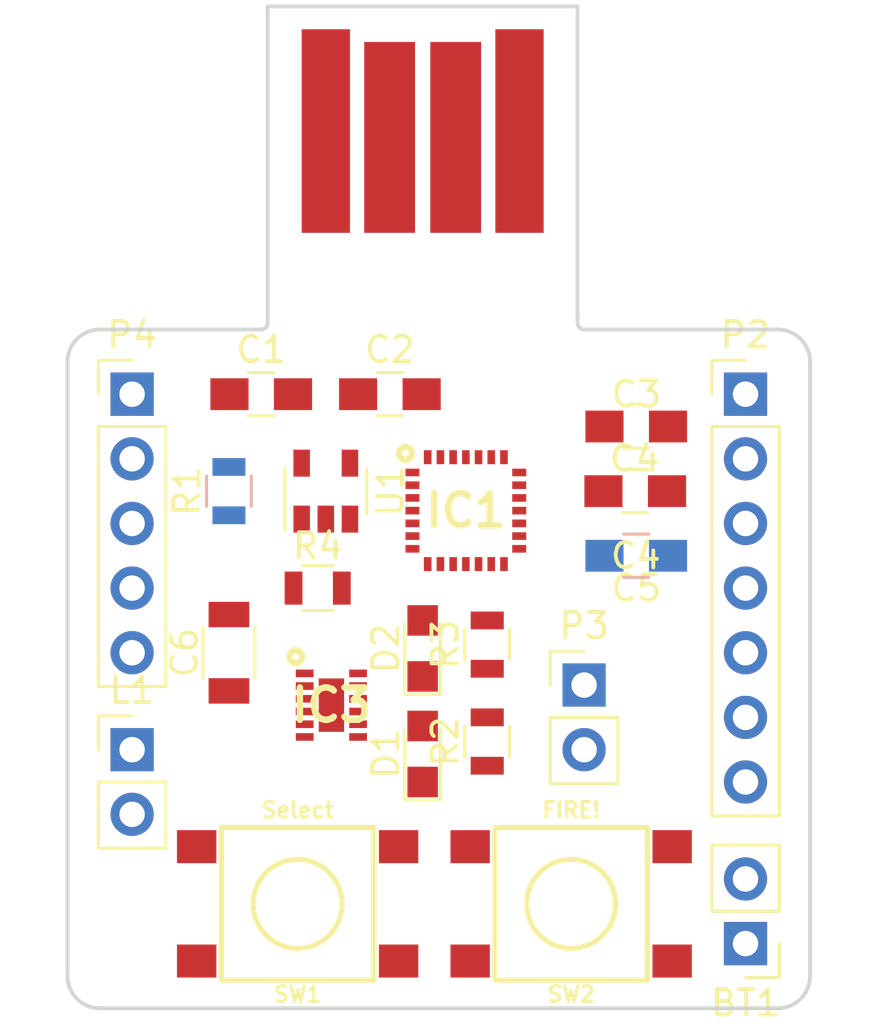
<source format=kicad_pcb>
(kicad_pcb (version 4) (host pcbnew 4.0.4-stable)

  (general
    (links 55)
    (no_connects 55)
    (area 135.814999 85.014999 165.175001 124.535001)
    (thickness 1.6)
    (drawings 16)
    (tracks 0)
    (zones 0)
    (modules 23)
    (nets 38)
  )

  (page A4)
  (layers
    (0 F.Cu signal)
    (31 B.Cu signal)
    (32 B.Adhes user)
    (33 F.Adhes user)
    (34 B.Paste user)
    (35 F.Paste user)
    (36 B.SilkS user)
    (37 F.SilkS user)
    (38 B.Mask user)
    (39 F.Mask user)
    (40 Dwgs.User user)
    (41 Cmts.User user)
    (42 Eco1.User user)
    (43 Eco2.User user)
    (44 Edge.Cuts user)
    (45 Margin user)
    (46 B.CrtYd user)
    (47 F.CrtYd user)
    (48 B.Fab user)
    (49 F.Fab user)
  )

  (setup
    (last_trace_width 0.25)
    (trace_clearance 0.2)
    (zone_clearance 0.508)
    (zone_45_only no)
    (trace_min 0.2)
    (segment_width 0.2)
    (edge_width 0.15)
    (via_size 0.6)
    (via_drill 0.4)
    (via_min_size 0.4)
    (via_min_drill 0.3)
    (uvia_size 0.3)
    (uvia_drill 0.1)
    (uvias_allowed no)
    (uvia_min_size 0.2)
    (uvia_min_drill 0.1)
    (pcb_text_width 0.3)
    (pcb_text_size 1.5 1.5)
    (mod_edge_width 0.15)
    (mod_text_size 1 1)
    (mod_text_width 0.15)
    (pad_size 1.524 1.524)
    (pad_drill 0.762)
    (pad_to_mask_clearance 0.2)
    (aux_axis_origin 0 0)
    (visible_elements FFFCE71F)
    (pcbplotparams
      (layerselection 0x00030_80000001)
      (usegerberextensions false)
      (excludeedgelayer true)
      (linewidth 0.100000)
      (plotframeref false)
      (viasonmask false)
      (mode 1)
      (useauxorigin false)
      (hpglpennumber 1)
      (hpglpenspeed 20)
      (hpglpendiameter 15)
      (hpglpenoverlay 2)
      (psnegative false)
      (psa4output false)
      (plotreference true)
      (plotvalue true)
      (plotinvisibletext false)
      (padsonsilk false)
      (subtractmaskfromsilk false)
      (outputformat 1)
      (mirror false)
      (drillshape 1)
      (scaleselection 1)
      (outputdirectory ""))
  )

  (net 0 "")
  (net 1 VCC)
  (net 2 GND)
  (net 3 USB_VCC)
  (net 4 LED2)
  (net 5 "Net-(D1-Pad1)")
  (net 6 LED1)
  (net 7 "Net-(D2-Pad1)")
  (net 8 "Net-(IC1-Pad1)")
  (net 9 "Net-(IC1-Pad2)")
  (net 10 "Net-(IC1-Pad3)")
  (net 11 RESET)
  (net 12 "Net-(IC1-Pad5)")
  (net 13 "Net-(IC1-Pad6)")
  (net 14 "Net-(IC1-Pad7)")
  (net 15 "Net-(IC1-Pad9)")
  (net 16 "Net-(IC1-Pad10)")
  (net 17 SW2)
  (net 18 SW1)
  (net 19 STATUS_LED)
  (net 20 "Net-(IC1-Pad15)")
  (net 21 USB_DM)
  (net 22 SWCLK)
  (net 23 SWDIO)
  (net 24 "Net-(IC1-Pad22)")
  (net 25 "Net-(IC1-Pad23)")
  (net 26 "Net-(IC1-Pad24)")
  (net 27 "Net-(IC3-Pad2)")
  (net 28 "Net-(IC3-Pad3)")
  (net 29 "Net-(IC3-Pad4)")
  (net 30 "Net-(IC3-Pad5)")
  (net 31 "Net-(IC3-Pad7)")
  (net 32 "Net-(IC3-Pad8)")
  (net 33 "Net-(IC1-Pad25)")
  (net 34 "Net-(IC1-Pad26)")
  (net 35 "Net-(IC1-Pad27)")
  (net 36 "Net-(IC1-Pad28)")
  (net 37 "Net-(R1-Pad1)")

  (net_class Default "This is the default net class."
    (clearance 0.2)
    (trace_width 0.25)
    (via_dia 0.6)
    (via_drill 0.4)
    (uvia_dia 0.3)
    (uvia_drill 0.1)
    (add_net GND)
    (add_net LED1)
    (add_net LED2)
    (add_net "Net-(D1-Pad1)")
    (add_net "Net-(D2-Pad1)")
    (add_net "Net-(IC1-Pad1)")
    (add_net "Net-(IC1-Pad10)")
    (add_net "Net-(IC1-Pad15)")
    (add_net "Net-(IC1-Pad2)")
    (add_net "Net-(IC1-Pad22)")
    (add_net "Net-(IC1-Pad23)")
    (add_net "Net-(IC1-Pad24)")
    (add_net "Net-(IC1-Pad25)")
    (add_net "Net-(IC1-Pad26)")
    (add_net "Net-(IC1-Pad27)")
    (add_net "Net-(IC1-Pad28)")
    (add_net "Net-(IC1-Pad3)")
    (add_net "Net-(IC1-Pad5)")
    (add_net "Net-(IC1-Pad6)")
    (add_net "Net-(IC1-Pad7)")
    (add_net "Net-(IC1-Pad9)")
    (add_net "Net-(IC3-Pad2)")
    (add_net "Net-(IC3-Pad3)")
    (add_net "Net-(IC3-Pad4)")
    (add_net "Net-(IC3-Pad5)")
    (add_net "Net-(IC3-Pad7)")
    (add_net "Net-(IC3-Pad8)")
    (add_net "Net-(R1-Pad1)")
    (add_net RESET)
    (add_net STATUS_LED)
    (add_net SW1)
    (add_net SW2)
    (add_net SWCLK)
    (add_net SWDIO)
    (add_net USB_DM)
    (add_net USB_VCC)
    (add_net VCC)
  )

  (module Capacitors_SMD:C_0805_HandSoldering (layer F.Cu) (tedit 58AA84A8) (tstamp 5AA9B551)
    (at 143.51 100.33)
    (descr "Capacitor SMD 0805, hand soldering")
    (tags "capacitor 0805")
    (path /5A342FC4)
    (attr smd)
    (fp_text reference C1 (at 0 -1.75) (layer F.SilkS)
      (effects (font (size 1 1) (thickness 0.15)))
    )
    (fp_text value 4.7uF (at 0 1.75) (layer F.Fab)
      (effects (font (size 1 1) (thickness 0.15)))
    )
    (fp_text user %R (at 0 -1.75) (layer F.Fab)
      (effects (font (size 1 1) (thickness 0.15)))
    )
    (fp_line (start -1 0.62) (end -1 -0.62) (layer F.Fab) (width 0.1))
    (fp_line (start 1 0.62) (end -1 0.62) (layer F.Fab) (width 0.1))
    (fp_line (start 1 -0.62) (end 1 0.62) (layer F.Fab) (width 0.1))
    (fp_line (start -1 -0.62) (end 1 -0.62) (layer F.Fab) (width 0.1))
    (fp_line (start 0.5 -0.85) (end -0.5 -0.85) (layer F.SilkS) (width 0.12))
    (fp_line (start -0.5 0.85) (end 0.5 0.85) (layer F.SilkS) (width 0.12))
    (fp_line (start -2.25 -0.88) (end 2.25 -0.88) (layer F.CrtYd) (width 0.05))
    (fp_line (start -2.25 -0.88) (end -2.25 0.87) (layer F.CrtYd) (width 0.05))
    (fp_line (start 2.25 0.87) (end 2.25 -0.88) (layer F.CrtYd) (width 0.05))
    (fp_line (start 2.25 0.87) (end -2.25 0.87) (layer F.CrtYd) (width 0.05))
    (pad 1 smd rect (at -1.25 0) (size 1.5 1.25) (layers F.Cu F.Paste F.Mask)
      (net 2 GND))
    (pad 2 smd rect (at 1.25 0) (size 1.5 1.25) (layers F.Cu F.Paste F.Mask)
      (net 3 USB_VCC))
    (model Capacitors_SMD.3dshapes/C_0805.wrl
      (at (xyz 0 0 0))
      (scale (xyz 1 1 1))
      (rotate (xyz 0 0 0))
    )
  )

  (module Capacitors_SMD:C_0805_HandSoldering (layer F.Cu) (tedit 58AA84A8) (tstamp 5AA9B562)
    (at 148.57 100.33)
    (descr "Capacitor SMD 0805, hand soldering")
    (tags "capacitor 0805")
    (path /5A343113)
    (attr smd)
    (fp_text reference C2 (at 0 -1.75) (layer F.SilkS)
      (effects (font (size 1 1) (thickness 0.15)))
    )
    (fp_text value 4.7uF (at 0 1.75) (layer F.Fab)
      (effects (font (size 1 1) (thickness 0.15)))
    )
    (fp_text user %R (at 0 -1.75) (layer F.Fab)
      (effects (font (size 1 1) (thickness 0.15)))
    )
    (fp_line (start -1 0.62) (end -1 -0.62) (layer F.Fab) (width 0.1))
    (fp_line (start 1 0.62) (end -1 0.62) (layer F.Fab) (width 0.1))
    (fp_line (start 1 -0.62) (end 1 0.62) (layer F.Fab) (width 0.1))
    (fp_line (start -1 -0.62) (end 1 -0.62) (layer F.Fab) (width 0.1))
    (fp_line (start 0.5 -0.85) (end -0.5 -0.85) (layer F.SilkS) (width 0.12))
    (fp_line (start -0.5 0.85) (end 0.5 0.85) (layer F.SilkS) (width 0.12))
    (fp_line (start -2.25 -0.88) (end 2.25 -0.88) (layer F.CrtYd) (width 0.05))
    (fp_line (start -2.25 -0.88) (end -2.25 0.87) (layer F.CrtYd) (width 0.05))
    (fp_line (start 2.25 0.87) (end 2.25 -0.88) (layer F.CrtYd) (width 0.05))
    (fp_line (start 2.25 0.87) (end -2.25 0.87) (layer F.CrtYd) (width 0.05))
    (pad 1 smd rect (at -1.25 0) (size 1.5 1.25) (layers F.Cu F.Paste F.Mask)
      (net 2 GND))
    (pad 2 smd rect (at 1.25 0) (size 1.5 1.25) (layers F.Cu F.Paste F.Mask)
      (net 1 VCC))
    (model Capacitors_SMD.3dshapes/C_0805.wrl
      (at (xyz 0 0 0))
      (scale (xyz 1 1 1))
      (rotate (xyz 0 0 0))
    )
  )

  (module Capacitors_SMD:C_0805_HandSoldering (layer F.Cu) (tedit 58AA84A8) (tstamp 5AA9B573)
    (at 158.262 101.6)
    (descr "Capacitor SMD 0805, hand soldering")
    (tags "capacitor 0805")
    (path /5A2EDBA0)
    (attr smd)
    (fp_text reference C3 (at 0 -1.27) (layer F.SilkS)
      (effects (font (size 1 1) (thickness 0.15)))
    )
    (fp_text value .1uF (at 0 1.75) (layer F.Fab)
      (effects (font (size 1 1) (thickness 0.15)))
    )
    (fp_text user %R (at 0 0) (layer F.Fab)
      (effects (font (size 1 1) (thickness 0.15)))
    )
    (fp_line (start -1 0.62) (end -1 -0.62) (layer F.Fab) (width 0.1))
    (fp_line (start 1 0.62) (end -1 0.62) (layer F.Fab) (width 0.1))
    (fp_line (start 1 -0.62) (end 1 0.62) (layer F.Fab) (width 0.1))
    (fp_line (start -1 -0.62) (end 1 -0.62) (layer F.Fab) (width 0.1))
    (fp_line (start 0.5 -0.85) (end -0.5 -0.85) (layer F.SilkS) (width 0.12))
    (fp_line (start -0.5 0.85) (end 0.5 0.85) (layer F.SilkS) (width 0.12))
    (fp_line (start -2.25 -0.88) (end 2.25 -0.88) (layer F.CrtYd) (width 0.05))
    (fp_line (start -2.25 -0.88) (end -2.25 0.87) (layer F.CrtYd) (width 0.05))
    (fp_line (start 2.25 0.87) (end 2.25 -0.88) (layer F.CrtYd) (width 0.05))
    (fp_line (start 2.25 0.87) (end -2.25 0.87) (layer F.CrtYd) (width 0.05))
    (pad 1 smd rect (at -1.25 0) (size 1.5 1.25) (layers F.Cu F.Paste F.Mask)
      (net 1 VCC))
    (pad 2 smd rect (at 1.25 0) (size 1.5 1.25) (layers F.Cu F.Paste F.Mask)
      (net 2 GND))
    (model Capacitors_SMD.3dshapes/C_0805.wrl
      (at (xyz 0 0 0))
      (scale (xyz 1 1 1))
      (rotate (xyz 0 0 0))
    )
  )

  (module Capacitors_SMD:C_0805_HandSoldering (layer F.Cu) (tedit 5A383C61) (tstamp 5AA9B584)
    (at 158.222 104.14)
    (descr "Capacitor SMD 0805, hand soldering")
    (tags "capacitor 0805")
    (path /5A2EDBF4)
    (attr smd)
    (fp_text reference C4 (at -0.02 -1.27) (layer F.SilkS)
      (effects (font (size 1 1) (thickness 0.15)))
    )
    (fp_text value .1uF (at 0 1.75) (layer F.Fab)
      (effects (font (size 1 1) (thickness 0.15)))
    )
    (fp_text user %R (at 0.02 2.54) (layer F.SilkS)
      (effects (font (size 1 1) (thickness 0.15)))
    )
    (fp_line (start -1 0.62) (end -1 -0.62) (layer F.Fab) (width 0.1))
    (fp_line (start 1 0.62) (end -1 0.62) (layer F.Fab) (width 0.1))
    (fp_line (start 1 -0.62) (end 1 0.62) (layer F.Fab) (width 0.1))
    (fp_line (start -1 -0.62) (end 1 -0.62) (layer F.Fab) (width 0.1))
    (fp_line (start 0.5 -0.85) (end -0.5 -0.85) (layer F.SilkS) (width 0.12))
    (fp_line (start -0.5 0.85) (end 0.5 0.85) (layer F.SilkS) (width 0.12))
    (fp_line (start -2.25 -0.88) (end 2.25 -0.88) (layer F.CrtYd) (width 0.05))
    (fp_line (start -2.25 -0.88) (end -2.25 0.87) (layer F.CrtYd) (width 0.05))
    (fp_line (start 2.25 0.87) (end 2.25 -0.88) (layer F.CrtYd) (width 0.05))
    (fp_line (start 2.25 0.87) (end -2.25 0.87) (layer F.CrtYd) (width 0.05))
    (pad 1 smd rect (at -1.25 0) (size 1.5 1.25) (layers F.Cu F.Paste F.Mask)
      (net 1 VCC))
    (pad 2 smd rect (at 1.25 0) (size 1.5 1.25) (layers F.Cu F.Paste F.Mask)
      (net 2 GND))
    (model Capacitors_SMD.3dshapes/C_0805.wrl
      (at (xyz 0 0 0))
      (scale (xyz 1 1 1))
      (rotate (xyz 0 0 0))
    )
  )

  (module Capacitors_SMD:C_0805_HandSoldering (layer B.Cu) (tedit 58AA84A8) (tstamp 5AA9B595)
    (at 158.262 106.68 180)
    (descr "Capacitor SMD 0805, hand soldering")
    (tags "capacitor 0805")
    (path /5A2E3ADB)
    (attr smd)
    (fp_text reference C5 (at 0 -1.27 180) (layer F.SilkS)
      (effects (font (size 1 1) (thickness 0.15)))
    )
    (fp_text value 4.7uF (at 0 -1.75 180) (layer B.Fab)
      (effects (font (size 1 1) (thickness 0.15)) (justify mirror))
    )
    (fp_text user %R (at 0.02 0 180) (layer F.Fab)
      (effects (font (size 1 1) (thickness 0.15)))
    )
    (fp_line (start -1 -0.62) (end -1 0.62) (layer B.Fab) (width 0.1))
    (fp_line (start 1 -0.62) (end -1 -0.62) (layer B.Fab) (width 0.1))
    (fp_line (start 1 0.62) (end 1 -0.62) (layer B.Fab) (width 0.1))
    (fp_line (start -1 0.62) (end 1 0.62) (layer B.Fab) (width 0.1))
    (fp_line (start 0.5 0.85) (end -0.5 0.85) (layer B.SilkS) (width 0.12))
    (fp_line (start -0.5 -0.85) (end 0.5 -0.85) (layer B.SilkS) (width 0.12))
    (fp_line (start -2.25 0.88) (end 2.25 0.88) (layer B.CrtYd) (width 0.05))
    (fp_line (start -2.25 0.88) (end -2.25 -0.87) (layer B.CrtYd) (width 0.05))
    (fp_line (start 2.25 -0.87) (end 2.25 0.88) (layer B.CrtYd) (width 0.05))
    (fp_line (start 2.25 -0.87) (end -2.25 -0.87) (layer B.CrtYd) (width 0.05))
    (pad 1 smd rect (at -1.25 0 180) (size 1.5 1.25) (layers B.Cu B.Paste B.Mask)
      (net 1 VCC))
    (pad 2 smd rect (at 1.25 0 180) (size 1.5 1.25) (layers B.Cu B.Paste B.Mask)
      (net 2 GND))
    (model Capacitors_SMD.3dshapes/C_0805.wrl
      (at (xyz 0 0 0))
      (scale (xyz 1 1 1))
      (rotate (xyz 0 0 0))
    )
  )

  (module Capacitors_SMD:C_1206 (layer F.Cu) (tedit 58AA84B8) (tstamp 5AA9B5A6)
    (at 142.24 110.49 90)
    (descr "Capacitor SMD 1206, reflow soldering, AVX (see smccp.pdf)")
    (tags "capacitor 1206")
    (path /5A2EBD54)
    (attr smd)
    (fp_text reference C6 (at 0 -1.75 90) (layer F.SilkS)
      (effects (font (size 1 1) (thickness 0.15)))
    )
    (fp_text value 100uF (at 0 2 90) (layer F.Fab)
      (effects (font (size 1 1) (thickness 0.15)))
    )
    (fp_text user %R (at 0 -1.75 90) (layer F.Fab)
      (effects (font (size 1 1) (thickness 0.15)))
    )
    (fp_line (start -1.6 0.8) (end -1.6 -0.8) (layer F.Fab) (width 0.1))
    (fp_line (start 1.6 0.8) (end -1.6 0.8) (layer F.Fab) (width 0.1))
    (fp_line (start 1.6 -0.8) (end 1.6 0.8) (layer F.Fab) (width 0.1))
    (fp_line (start -1.6 -0.8) (end 1.6 -0.8) (layer F.Fab) (width 0.1))
    (fp_line (start 1 -1.02) (end -1 -1.02) (layer F.SilkS) (width 0.12))
    (fp_line (start -1 1.02) (end 1 1.02) (layer F.SilkS) (width 0.12))
    (fp_line (start -2.25 -1.05) (end 2.25 -1.05) (layer F.CrtYd) (width 0.05))
    (fp_line (start -2.25 -1.05) (end -2.25 1.05) (layer F.CrtYd) (width 0.05))
    (fp_line (start 2.25 1.05) (end 2.25 -1.05) (layer F.CrtYd) (width 0.05))
    (fp_line (start 2.25 1.05) (end -2.25 1.05) (layer F.CrtYd) (width 0.05))
    (pad 1 smd rect (at -1.5 0 90) (size 1 1.6) (layers F.Cu F.Paste F.Mask)
      (net 2 GND))
    (pad 2 smd rect (at 1.5 0 90) (size 1 1.6) (layers F.Cu F.Paste F.Mask)
      (net 1 VCC))
    (model Capacitors_SMD.3dshapes/C_1206.wrl
      (at (xyz 0 0 0))
      (scale (xyz 1 1 1))
      (rotate (xyz 0 0 0))
    )
  )

  (module LEDs:LED_0805 (layer F.Cu) (tedit 59959803) (tstamp 5AA9B5BC)
    (at 149.86 114.47 90)
    (descr "LED 0805 smd package")
    (tags "LED led 0805 SMD smd SMT smt smdled SMDLED smtled SMTLED")
    (path /5A2E42DF)
    (attr smd)
    (fp_text reference D1 (at 0 -1.45 90) (layer F.SilkS)
      (effects (font (size 1 1) (thickness 0.15)))
    )
    (fp_text value LED (at 0 1.55 90) (layer F.Fab)
      (effects (font (size 1 1) (thickness 0.15)))
    )
    (fp_line (start -1.8 -0.7) (end -1.8 0.7) (layer F.SilkS) (width 0.12))
    (fp_line (start -0.4 -0.4) (end -0.4 0.4) (layer F.Fab) (width 0.1))
    (fp_line (start -0.4 0) (end 0.2 -0.4) (layer F.Fab) (width 0.1))
    (fp_line (start 0.2 0.4) (end -0.4 0) (layer F.Fab) (width 0.1))
    (fp_line (start 0.2 -0.4) (end 0.2 0.4) (layer F.Fab) (width 0.1))
    (fp_line (start 1 0.6) (end -1 0.6) (layer F.Fab) (width 0.1))
    (fp_line (start 1 -0.6) (end 1 0.6) (layer F.Fab) (width 0.1))
    (fp_line (start -1 -0.6) (end 1 -0.6) (layer F.Fab) (width 0.1))
    (fp_line (start -1 0.6) (end -1 -0.6) (layer F.Fab) (width 0.1))
    (fp_line (start -1.8 0.7) (end 1 0.7) (layer F.SilkS) (width 0.12))
    (fp_line (start -1.8 -0.7) (end 1 -0.7) (layer F.SilkS) (width 0.12))
    (fp_line (start 1.95 -0.85) (end 1.95 0.85) (layer F.CrtYd) (width 0.05))
    (fp_line (start 1.95 0.85) (end -1.95 0.85) (layer F.CrtYd) (width 0.05))
    (fp_line (start -1.95 0.85) (end -1.95 -0.85) (layer F.CrtYd) (width 0.05))
    (fp_line (start -1.95 -0.85) (end 1.95 -0.85) (layer F.CrtYd) (width 0.05))
    (fp_text user %R (at 0 -1.25 90) (layer F.Fab)
      (effects (font (size 0.4 0.4) (thickness 0.1)))
    )
    (pad 2 smd rect (at 1.1 0 270) (size 1.2 1.2) (layers F.Cu F.Paste F.Mask)
      (net 4 LED2))
    (pad 1 smd rect (at -1.1 0 270) (size 1.2 1.2) (layers F.Cu F.Paste F.Mask)
      (net 5 "Net-(D1-Pad1)"))
    (model ${KISYS3DMOD}/LEDs.3dshapes/LED_0805.wrl
      (at (xyz 0 0 0))
      (scale (xyz 1 1 1))
      (rotate (xyz 0 0 180))
    )
  )

  (module LEDs:LED_0805 (layer F.Cu) (tedit 59959803) (tstamp 5AA9B5D2)
    (at 149.86 110.32 90)
    (descr "LED 0805 smd package")
    (tags "LED led 0805 SMD smd SMT smt smdled SMDLED smtled SMTLED")
    (path /5A2E3E75)
    (attr smd)
    (fp_text reference D2 (at 0 -1.45 90) (layer F.SilkS)
      (effects (font (size 1 1) (thickness 0.15)))
    )
    (fp_text value LED (at 0 1.55 90) (layer F.Fab)
      (effects (font (size 1 1) (thickness 0.15)))
    )
    (fp_line (start -1.8 -0.7) (end -1.8 0.7) (layer F.SilkS) (width 0.12))
    (fp_line (start -0.4 -0.4) (end -0.4 0.4) (layer F.Fab) (width 0.1))
    (fp_line (start -0.4 0) (end 0.2 -0.4) (layer F.Fab) (width 0.1))
    (fp_line (start 0.2 0.4) (end -0.4 0) (layer F.Fab) (width 0.1))
    (fp_line (start 0.2 -0.4) (end 0.2 0.4) (layer F.Fab) (width 0.1))
    (fp_line (start 1 0.6) (end -1 0.6) (layer F.Fab) (width 0.1))
    (fp_line (start 1 -0.6) (end 1 0.6) (layer F.Fab) (width 0.1))
    (fp_line (start -1 -0.6) (end 1 -0.6) (layer F.Fab) (width 0.1))
    (fp_line (start -1 0.6) (end -1 -0.6) (layer F.Fab) (width 0.1))
    (fp_line (start -1.8 0.7) (end 1 0.7) (layer F.SilkS) (width 0.12))
    (fp_line (start -1.8 -0.7) (end 1 -0.7) (layer F.SilkS) (width 0.12))
    (fp_line (start 1.95 -0.85) (end 1.95 0.85) (layer F.CrtYd) (width 0.05))
    (fp_line (start 1.95 0.85) (end -1.95 0.85) (layer F.CrtYd) (width 0.05))
    (fp_line (start -1.95 0.85) (end -1.95 -0.85) (layer F.CrtYd) (width 0.05))
    (fp_line (start -1.95 -0.85) (end 1.95 -0.85) (layer F.CrtYd) (width 0.05))
    (fp_text user %R (at 0 -1.25 90) (layer F.Fab)
      (effects (font (size 0.4 0.4) (thickness 0.1)))
    )
    (pad 2 smd rect (at 1.1 0 270) (size 1.2 1.2) (layers F.Cu F.Paste F.Mask)
      (net 6 LED1))
    (pad 1 smd rect (at -1.1 0 270) (size 1.2 1.2) (layers F.Cu F.Paste F.Mask)
      (net 7 "Net-(D2-Pad1)"))
    (model ${KISYS3DMOD}/LEDs.3dshapes/LED_0805.wrl
      (at (xyz 0 0 0))
      (scale (xyz 1 1 1))
      (rotate (xyz 0 0 180))
    )
  )

  (module DRV8835DSSR:SON50P200X300X80-13N (layer F.Cu) (tedit 5A29B73A) (tstamp 5AA9B619)
    (at 146.27 112.55)
    (descr "DSS (R-PWSON-N12)")
    (tags "Integrated Circuit")
    (path /5A2D88A7)
    (attr smd)
    (fp_text reference IC3 (at 0 0) (layer F.SilkS)
      (effects (font (size 1.27 1.27) (thickness 0.254)))
    )
    (fp_text value DRV8835DSSR (at 0 0) (layer F.SilkS) hide
      (effects (font (size 1.27 1.27) (thickness 0.254)))
    )
    (fp_line (start -1.625 -1.8) (end 1.625 -1.8) (layer Dwgs.User) (width 0.05))
    (fp_line (start 1.625 -1.8) (end 1.625 1.8) (layer Dwgs.User) (width 0.05))
    (fp_line (start 1.625 1.8) (end -1.625 1.8) (layer Dwgs.User) (width 0.05))
    (fp_line (start -1.625 1.8) (end -1.625 -1.8) (layer Dwgs.User) (width 0.05))
    (fp_line (start -1 -1.5) (end 1 -1.5) (layer Dwgs.User) (width 0.1))
    (fp_line (start 1 -1.5) (end 1 1.5) (layer Dwgs.User) (width 0.1))
    (fp_line (start 1 1.5) (end -1 1.5) (layer Dwgs.User) (width 0.1))
    (fp_line (start -1 1.5) (end -1 -1.5) (layer Dwgs.User) (width 0.1))
    (fp_line (start -1 -1) (end -0.5 -1.5) (layer Dwgs.User) (width 0.1))
    (fp_circle (center -1.4 -1.9) (end -1.275 -1.9) (layer F.SilkS) (width 0.254))
    (pad 1 smd rect (at -1.05 -1.25 90) (size 0.3 0.7) (layers F.Cu F.Paste F.Mask)
      (net 2 GND))
    (pad 2 smd rect (at -1.05 -0.75 90) (size 0.3 0.7) (layers F.Cu F.Paste F.Mask)
      (net 27 "Net-(IC3-Pad2)"))
    (pad 3 smd rect (at -1.05 -0.25 90) (size 0.3 0.7) (layers F.Cu F.Paste F.Mask)
      (net 28 "Net-(IC3-Pad3)"))
    (pad 4 smd rect (at -1.05 0.25 90) (size 0.3 0.7) (layers F.Cu F.Paste F.Mask)
      (net 29 "Net-(IC3-Pad4)"))
    (pad 5 smd rect (at -1.05 0.75 90) (size 0.3 0.7) (layers F.Cu F.Paste F.Mask)
      (net 30 "Net-(IC3-Pad5)"))
    (pad 6 smd rect (at -1.05 1.25 90) (size 0.3 0.7) (layers F.Cu F.Paste F.Mask)
      (net 2 GND))
    (pad 7 smd rect (at 1.05 1.25 90) (size 0.3 0.7) (layers F.Cu F.Paste F.Mask)
      (net 31 "Net-(IC3-Pad7)"))
    (pad 8 smd rect (at 1.05 0.75 90) (size 0.3 0.7) (layers F.Cu F.Paste F.Mask)
      (net 32 "Net-(IC3-Pad8)"))
    (pad 9 smd rect (at 1.05 0.25 90) (size 0.3 0.7) (layers F.Cu F.Paste F.Mask)
      (net 6 LED1))
    (pad 10 smd rect (at 1.05 -0.25 90) (size 0.3 0.7) (layers F.Cu F.Paste F.Mask)
      (net 14 "Net-(IC1-Pad7)"))
    (pad 11 smd rect (at 1.05 -0.75 90) (size 0.3 0.7) (layers F.Cu F.Paste F.Mask)
      (net 13 "Net-(IC1-Pad6)"))
    (pad 12 smd rect (at 1.05 -1.25 90) (size 0.3 0.7) (layers F.Cu F.Paste F.Mask)
      (net 1 VCC))
    (pad 13 smd rect (at 0 0) (size 1 2.1) (layers F.Cu F.Paste F.Mask)
      (net 2 GND))
  )

  (module libraries:usb-PCB (layer F.Cu) (tedit 542BB0AF) (tstamp 5AA9B62A)
    (at 149.86 85.09 180)
    (path /5A2E368F)
    (attr virtual)
    (fp_text reference P1 (at 0.13 -7.85 180) (layer F.SilkS) hide
      (effects (font (size 1.5 1.5) (thickness 0.15)))
    )
    (fp_text value USB_A (at 0.29 -10.13 180) (layer F.SilkS) hide
      (effects (font (size 1.5 1.5) (thickness 0.15)))
    )
    (fp_line (start 6.03 0) (end 6.03 -12) (layer Dwgs.User) (width 0.15))
    (fp_line (start 6.03 0) (end -6.03 0) (layer Dwgs.User) (width 0.15))
    (fp_line (start -6.03 0) (end -6.03 -12) (layer Dwgs.User) (width 0.15))
    (pad 1 connect rect (at 3.81 -4.9 180) (size 1.9 8) (layers F.Cu F.Mask)
      (net 3 USB_VCC))
    (pad 4 connect rect (at -3.81 -4.9 180) (size 1.9 8) (layers F.Cu F.Mask)
      (net 2 GND))
    (pad 3 connect rect (at -1.3 -5.15 180) (size 2 7.5) (layers F.Cu F.Mask)
      (net 22 SWCLK))
    (pad 2 connect rect (at 1.3 -5.15 180) (size 2 7.5) (layers F.Cu F.Mask)
      (net 21 USB_DM))
  )

  (module Socket_Strips:Socket_Strip_Straight_1x07_Pitch2.54mm (layer F.Cu) (tedit 58CD5446) (tstamp 5AA9B644)
    (at 162.56 100.33)
    (descr "Through hole straight socket strip, 1x07, 2.54mm pitch, single row")
    (tags "Through hole socket strip THT 1x07 2.54mm single row")
    (path /5A2EC6B9)
    (fp_text reference P2 (at 0 -2.33) (layer F.SilkS)
      (effects (font (size 1 1) (thickness 0.15)))
    )
    (fp_text value "Expansion Port" (at 0 17.57) (layer F.Fab)
      (effects (font (size 1 1) (thickness 0.15)))
    )
    (fp_line (start -1.27 -1.27) (end -1.27 16.51) (layer F.Fab) (width 0.1))
    (fp_line (start -1.27 16.51) (end 1.27 16.51) (layer F.Fab) (width 0.1))
    (fp_line (start 1.27 16.51) (end 1.27 -1.27) (layer F.Fab) (width 0.1))
    (fp_line (start 1.27 -1.27) (end -1.27 -1.27) (layer F.Fab) (width 0.1))
    (fp_line (start -1.33 1.27) (end -1.33 16.57) (layer F.SilkS) (width 0.12))
    (fp_line (start -1.33 16.57) (end 1.33 16.57) (layer F.SilkS) (width 0.12))
    (fp_line (start 1.33 16.57) (end 1.33 1.27) (layer F.SilkS) (width 0.12))
    (fp_line (start 1.33 1.27) (end -1.33 1.27) (layer F.SilkS) (width 0.12))
    (fp_line (start -1.33 0) (end -1.33 -1.33) (layer F.SilkS) (width 0.12))
    (fp_line (start -1.33 -1.33) (end 0 -1.33) (layer F.SilkS) (width 0.12))
    (fp_line (start -1.8 -1.8) (end -1.8 17.05) (layer F.CrtYd) (width 0.05))
    (fp_line (start -1.8 17.05) (end 1.8 17.05) (layer F.CrtYd) (width 0.05))
    (fp_line (start 1.8 17.05) (end 1.8 -1.8) (layer F.CrtYd) (width 0.05))
    (fp_line (start 1.8 -1.8) (end -1.8 -1.8) (layer F.CrtYd) (width 0.05))
    (fp_text user %R (at 0 -2.33) (layer F.Fab)
      (effects (font (size 1 1) (thickness 0.15)))
    )
    (pad 1 thru_hole rect (at 0 0) (size 1.7 1.7) (drill 1) (layers *.Cu *.Mask)
      (net 24 "Net-(IC1-Pad22)"))
    (pad 2 thru_hole oval (at 0 2.54) (size 1.7 1.7) (drill 1) (layers *.Cu *.Mask)
      (net 25 "Net-(IC1-Pad23)"))
    (pad 3 thru_hole oval (at 0 5.08) (size 1.7 1.7) (drill 1) (layers *.Cu *.Mask)
      (net 26 "Net-(IC1-Pad24)"))
    (pad 4 thru_hole oval (at 0 7.62) (size 1.7 1.7) (drill 1) (layers *.Cu *.Mask)
      (net 33 "Net-(IC1-Pad25)"))
    (pad 5 thru_hole oval (at 0 10.16) (size 1.7 1.7) (drill 1) (layers *.Cu *.Mask)
      (net 34 "Net-(IC1-Pad26)"))
    (pad 6 thru_hole oval (at 0 12.7) (size 1.7 1.7) (drill 1) (layers *.Cu *.Mask)
      (net 35 "Net-(IC1-Pad27)"))
    (pad 7 thru_hole oval (at 0 15.24) (size 1.7 1.7) (drill 1) (layers *.Cu *.Mask)
      (net 36 "Net-(IC1-Pad28)"))
    (model ${KISYS3DMOD}/Socket_Strips.3dshapes/Socket_Strip_Straight_1x07_Pitch2.54mm.wrl
      (at (xyz 0 -0.3 0))
      (scale (xyz 1 1 1))
      (rotate (xyz 0 0 270))
    )
  )

  (module Pin_Headers:Pin_Header_Straight_1x05_Pitch2.54mm (layer F.Cu) (tedit 59650532) (tstamp 5AA9B663)
    (at 138.43 100.33)
    (descr "Through hole straight pin header, 1x05, 2.54mm pitch, single row")
    (tags "Through hole pin header THT 1x05 2.54mm single row")
    (path /5A34C266)
    (fp_text reference P4 (at 0 -2.33) (layer F.SilkS)
      (effects (font (size 1 1) (thickness 0.15)))
    )
    (fp_text value "Program Port" (at 0 12.49) (layer F.Fab)
      (effects (font (size 1 1) (thickness 0.15)))
    )
    (fp_line (start -0.635 -1.27) (end 1.27 -1.27) (layer F.Fab) (width 0.1))
    (fp_line (start 1.27 -1.27) (end 1.27 11.43) (layer F.Fab) (width 0.1))
    (fp_line (start 1.27 11.43) (end -1.27 11.43) (layer F.Fab) (width 0.1))
    (fp_line (start -1.27 11.43) (end -1.27 -0.635) (layer F.Fab) (width 0.1))
    (fp_line (start -1.27 -0.635) (end -0.635 -1.27) (layer F.Fab) (width 0.1))
    (fp_line (start -1.33 11.49) (end 1.33 11.49) (layer F.SilkS) (width 0.12))
    (fp_line (start -1.33 1.27) (end -1.33 11.49) (layer F.SilkS) (width 0.12))
    (fp_line (start 1.33 1.27) (end 1.33 11.49) (layer F.SilkS) (width 0.12))
    (fp_line (start -1.33 1.27) (end 1.33 1.27) (layer F.SilkS) (width 0.12))
    (fp_line (start -1.33 0) (end -1.33 -1.33) (layer F.SilkS) (width 0.12))
    (fp_line (start -1.33 -1.33) (end 0 -1.33) (layer F.SilkS) (width 0.12))
    (fp_line (start -1.8 -1.8) (end -1.8 11.95) (layer F.CrtYd) (width 0.05))
    (fp_line (start -1.8 11.95) (end 1.8 11.95) (layer F.CrtYd) (width 0.05))
    (fp_line (start 1.8 11.95) (end 1.8 -1.8) (layer F.CrtYd) (width 0.05))
    (fp_line (start 1.8 -1.8) (end -1.8 -1.8) (layer F.CrtYd) (width 0.05))
    (fp_text user %R (at 0 5.08 90) (layer F.Fab)
      (effects (font (size 1 1) (thickness 0.15)))
    )
    (pad 1 thru_hole rect (at 0 0) (size 1.7 1.7) (drill 1) (layers *.Cu *.Mask)
      (net 1 VCC))
    (pad 2 thru_hole oval (at 0 2.54) (size 1.7 1.7) (drill 1) (layers *.Cu *.Mask)
      (net 2 GND))
    (pad 3 thru_hole oval (at 0 5.08) (size 1.7 1.7) (drill 1) (layers *.Cu *.Mask)
      (net 11 RESET))
    (pad 4 thru_hole oval (at 0 7.62) (size 1.7 1.7) (drill 1) (layers *.Cu *.Mask)
      (net 23 SWDIO))
    (pad 5 thru_hole oval (at 0 10.16) (size 1.7 1.7) (drill 1) (layers *.Cu *.Mask)
      (net 22 SWCLK))
    (model ${KISYS3DMOD}/Pin_Headers.3dshapes/Pin_Header_Straight_1x05_Pitch2.54mm.wrl
      (at (xyz 0 0 0))
      (scale (xyz 1 1 1))
      (rotate (xyz 0 0 0))
    )
  )

  (module Resistors_SMD:R_0805 (layer B.Cu) (tedit 58E0A804) (tstamp 5AA9B674)
    (at 142.24 104.14 270)
    (descr "Resistor SMD 0805, reflow soldering, Vishay (see dcrcw.pdf)")
    (tags "resistor 0805")
    (path /5A341944)
    (attr smd)
    (fp_text reference R1 (at 0 1.65 270) (layer F.SilkS)
      (effects (font (size 1 1) (thickness 0.15)))
    )
    (fp_text value 2.2k (at 0 -1.75 270) (layer B.Fab)
      (effects (font (size 1 1) (thickness 0.15)) (justify mirror))
    )
    (fp_text user %R (at 0 0 270) (layer F.Fab)
      (effects (font (size 0.5 0.5) (thickness 0.075)))
    )
    (fp_line (start -1 -0.62) (end -1 0.62) (layer B.Fab) (width 0.1))
    (fp_line (start 1 -0.62) (end -1 -0.62) (layer B.Fab) (width 0.1))
    (fp_line (start 1 0.62) (end 1 -0.62) (layer B.Fab) (width 0.1))
    (fp_line (start -1 0.62) (end 1 0.62) (layer B.Fab) (width 0.1))
    (fp_line (start 0.6 -0.88) (end -0.6 -0.88) (layer B.SilkS) (width 0.12))
    (fp_line (start -0.6 0.88) (end 0.6 0.88) (layer B.SilkS) (width 0.12))
    (fp_line (start -1.55 0.9) (end 1.55 0.9) (layer B.CrtYd) (width 0.05))
    (fp_line (start -1.55 0.9) (end -1.55 -0.9) (layer B.CrtYd) (width 0.05))
    (fp_line (start 1.55 -0.9) (end 1.55 0.9) (layer B.CrtYd) (width 0.05))
    (fp_line (start 1.55 -0.9) (end -1.55 -0.9) (layer B.CrtYd) (width 0.05))
    (pad 1 smd rect (at -0.95 0 270) (size 0.7 1.3) (layers B.Cu B.Paste B.Mask)
      (net 37 "Net-(R1-Pad1)"))
    (pad 2 smd rect (at 0.95 0 270) (size 0.7 1.3) (layers B.Cu B.Paste B.Mask)
      (net 2 GND))
    (model ${KISYS3DMOD}/Resistors_SMD.3dshapes/R_0805.wrl
      (at (xyz 0 0 0))
      (scale (xyz 1 1 1))
      (rotate (xyz 0 0 0))
    )
  )

  (module Resistors_SMD:R_0805 (layer F.Cu) (tedit 58E0A804) (tstamp 5AA9B685)
    (at 152.4 113.98 90)
    (descr "Resistor SMD 0805, reflow soldering, Vishay (see dcrcw.pdf)")
    (tags "resistor 0805")
    (path /5A2E42E5)
    (attr smd)
    (fp_text reference R2 (at 0 -1.65 90) (layer F.SilkS)
      (effects (font (size 1 1) (thickness 0.15)))
    )
    (fp_text value 330Ohm (at 0 1.75 90) (layer F.Fab)
      (effects (font (size 1 1) (thickness 0.15)))
    )
    (fp_text user %R (at 0.32 0 90) (layer F.Fab)
      (effects (font (size 0.5 0.5) (thickness 0.075)))
    )
    (fp_line (start -1 0.62) (end -1 -0.62) (layer F.Fab) (width 0.1))
    (fp_line (start 1 0.62) (end -1 0.62) (layer F.Fab) (width 0.1))
    (fp_line (start 1 -0.62) (end 1 0.62) (layer F.Fab) (width 0.1))
    (fp_line (start -1 -0.62) (end 1 -0.62) (layer F.Fab) (width 0.1))
    (fp_line (start 0.6 0.88) (end -0.6 0.88) (layer F.SilkS) (width 0.12))
    (fp_line (start -0.6 -0.88) (end 0.6 -0.88) (layer F.SilkS) (width 0.12))
    (fp_line (start -1.55 -0.9) (end 1.55 -0.9) (layer F.CrtYd) (width 0.05))
    (fp_line (start -1.55 -0.9) (end -1.55 0.9) (layer F.CrtYd) (width 0.05))
    (fp_line (start 1.55 0.9) (end 1.55 -0.9) (layer F.CrtYd) (width 0.05))
    (fp_line (start 1.55 0.9) (end -1.55 0.9) (layer F.CrtYd) (width 0.05))
    (pad 1 smd rect (at -0.95 0 90) (size 0.7 1.3) (layers F.Cu F.Paste F.Mask)
      (net 5 "Net-(D1-Pad1)"))
    (pad 2 smd rect (at 0.95 0 90) (size 0.7 1.3) (layers F.Cu F.Paste F.Mask)
      (net 2 GND))
    (model ${KISYS3DMOD}/Resistors_SMD.3dshapes/R_0805.wrl
      (at (xyz 0 0 0))
      (scale (xyz 1 1 1))
      (rotate (xyz 0 0 0))
    )
  )

  (module Resistors_SMD:R_0805 (layer F.Cu) (tedit 58E0A804) (tstamp 5AA9B696)
    (at 152.4 110.17 90)
    (descr "Resistor SMD 0805, reflow soldering, Vishay (see dcrcw.pdf)")
    (tags "resistor 0805")
    (path /5A2E3F2C)
    (attr smd)
    (fp_text reference R3 (at 0 -1.65 90) (layer F.SilkS)
      (effects (font (size 1 1) (thickness 0.15)))
    )
    (fp_text value 330Ohm (at 0 1.75 90) (layer F.Fab)
      (effects (font (size 1 1) (thickness 0.15)))
    )
    (fp_text user %R (at 0 0 90) (layer F.Fab)
      (effects (font (size 0.5 0.5) (thickness 0.075)))
    )
    (fp_line (start -1 0.62) (end -1 -0.62) (layer F.Fab) (width 0.1))
    (fp_line (start 1 0.62) (end -1 0.62) (layer F.Fab) (width 0.1))
    (fp_line (start 1 -0.62) (end 1 0.62) (layer F.Fab) (width 0.1))
    (fp_line (start -1 -0.62) (end 1 -0.62) (layer F.Fab) (width 0.1))
    (fp_line (start 0.6 0.88) (end -0.6 0.88) (layer F.SilkS) (width 0.12))
    (fp_line (start -0.6 -0.88) (end 0.6 -0.88) (layer F.SilkS) (width 0.12))
    (fp_line (start -1.55 -0.9) (end 1.55 -0.9) (layer F.CrtYd) (width 0.05))
    (fp_line (start -1.55 -0.9) (end -1.55 0.9) (layer F.CrtYd) (width 0.05))
    (fp_line (start 1.55 0.9) (end 1.55 -0.9) (layer F.CrtYd) (width 0.05))
    (fp_line (start 1.55 0.9) (end -1.55 0.9) (layer F.CrtYd) (width 0.05))
    (pad 1 smd rect (at -0.95 0 90) (size 0.7 1.3) (layers F.Cu F.Paste F.Mask)
      (net 7 "Net-(D2-Pad1)"))
    (pad 2 smd rect (at 0.95 0 90) (size 0.7 1.3) (layers F.Cu F.Paste F.Mask)
      (net 2 GND))
    (model ${KISYS3DMOD}/Resistors_SMD.3dshapes/R_0805.wrl
      (at (xyz 0 0 0))
      (scale (xyz 1 1 1))
      (rotate (xyz 0 0 0))
    )
  )

  (module Resistors_SMD:R_0805 (layer F.Cu) (tedit 58E0A804) (tstamp 5AA9B6A7)
    (at 145.73 107.95)
    (descr "Resistor SMD 0805, reflow soldering, Vishay (see dcrcw.pdf)")
    (tags "resistor 0805")
    (path /5A2F21B2)
    (attr smd)
    (fp_text reference R4 (at 0 -1.65) (layer F.SilkS)
      (effects (font (size 1 1) (thickness 0.15)))
    )
    (fp_text value 100ohm (at 0 1.75) (layer F.Fab)
      (effects (font (size 1 1) (thickness 0.15)))
    )
    (fp_text user %R (at 0 0) (layer F.Fab)
      (effects (font (size 0.5 0.5) (thickness 0.075)))
    )
    (fp_line (start -1 0.62) (end -1 -0.62) (layer F.Fab) (width 0.1))
    (fp_line (start 1 0.62) (end -1 0.62) (layer F.Fab) (width 0.1))
    (fp_line (start 1 -0.62) (end 1 0.62) (layer F.Fab) (width 0.1))
    (fp_line (start -1 -0.62) (end 1 -0.62) (layer F.Fab) (width 0.1))
    (fp_line (start 0.6 0.88) (end -0.6 0.88) (layer F.SilkS) (width 0.12))
    (fp_line (start -0.6 -0.88) (end 0.6 -0.88) (layer F.SilkS) (width 0.12))
    (fp_line (start -1.55 -0.9) (end 1.55 -0.9) (layer F.CrtYd) (width 0.05))
    (fp_line (start -1.55 -0.9) (end -1.55 0.9) (layer F.CrtYd) (width 0.05))
    (fp_line (start 1.55 0.9) (end 1.55 -0.9) (layer F.CrtYd) (width 0.05))
    (fp_line (start 1.55 0.9) (end -1.55 0.9) (layer F.CrtYd) (width 0.05))
    (pad 1 smd rect (at -0.95 0) (size 0.7 1.3) (layers F.Cu F.Paste F.Mask)
      (net 2 GND))
    (pad 2 smd rect (at 0.95 0) (size 0.7 1.3) (layers F.Cu F.Paste F.Mask)
      (net 8 "Net-(IC1-Pad1)"))
    (model ${KISYS3DMOD}/Resistors_SMD.3dshapes/R_0805.wrl
      (at (xyz 0 0 0))
      (scale (xyz 1 1 1))
      (rotate (xyz 0 0 0))
    )
  )

  (module Switches:TACTILE_SWITCH_SMD_6.2MM_TALL (layer F.Cu) (tedit 200000) (tstamp 5AA9B6B4)
    (at 144.94256 120.3579 180)
    (descr "MOMENTARY SWITCH (PUSHBUTTON) - SPST - SMD, 6.2MM SQUARE")
    (tags "MOMENTARY SWITCH (PUSHBUTTON) - SPST - SMD, 6.2MM SQUARE")
    (path /5A2E44D1)
    (attr smd)
    (fp_text reference SW1 (at 0 -3.556 180) (layer F.SilkS)
      (effects (font (size 0.6096 0.6096) (thickness 0.127)))
    )
    (fp_text value Select (at 0 3.683 180) (layer F.SilkS)
      (effects (font (size 0.6096 0.6096) (thickness 0.127)))
    )
    (fp_line (start -2.99974 2.99974) (end 2.99974 2.99974) (layer F.SilkS) (width 0.2032))
    (fp_line (start 2.99974 2.99974) (end 2.99974 -2.99974) (layer F.SilkS) (width 0.2032))
    (fp_line (start 2.99974 -2.99974) (end -2.99974 -2.99974) (layer F.SilkS) (width 0.2032))
    (fp_line (start -2.99974 -2.99974) (end -2.99974 2.99974) (layer F.SilkS) (width 0.2032))
    (fp_circle (center 0 0) (end 0 -1.74752) (layer F.SilkS) (width 0.2032))
    (pad A1 smd rect (at -3.97256 2.2479 270) (size 1.29794 1.5494) (layers F.Cu F.Paste F.Mask)
      (solder_mask_margin 0.1016))
    (pad A2 smd rect (at 3.97256 2.2479 270) (size 1.29794 1.5494) (layers F.Cu F.Paste F.Mask)
      (solder_mask_margin 0.1016))
    (pad B1 smd rect (at -3.97256 -2.2479 270) (size 1.29794 1.5494) (layers F.Cu F.Paste F.Mask)
      (solder_mask_margin 0.1016))
    (pad B2 smd rect (at 3.97256 -2.2479 270) (size 1.29794 1.5494) (layers F.Cu F.Paste F.Mask)
      (solder_mask_margin 0.1016))
  )

  (module Switches:TACTILE_SWITCH_SMD_6.2MM_TALL (layer F.Cu) (tedit 200000) (tstamp 5AA9B6C1)
    (at 155.702 120.3579 180)
    (descr "MOMENTARY SWITCH (PUSHBUTTON) - SPST - SMD, 6.2MM SQUARE")
    (tags "MOMENTARY SWITCH (PUSHBUTTON) - SPST - SMD, 6.2MM SQUARE")
    (path /5A2EC396)
    (attr smd)
    (fp_text reference SW2 (at 0 -3.556 180) (layer F.SilkS)
      (effects (font (size 0.6096 0.6096) (thickness 0.127)))
    )
    (fp_text value FIRE! (at 0 3.683 180) (layer F.SilkS)
      (effects (font (size 0.6096 0.6096) (thickness 0.127)))
    )
    (fp_line (start -2.99974 2.99974) (end 2.99974 2.99974) (layer F.SilkS) (width 0.2032))
    (fp_line (start 2.99974 2.99974) (end 2.99974 -2.99974) (layer F.SilkS) (width 0.2032))
    (fp_line (start 2.99974 -2.99974) (end -2.99974 -2.99974) (layer F.SilkS) (width 0.2032))
    (fp_line (start -2.99974 -2.99974) (end -2.99974 2.99974) (layer F.SilkS) (width 0.2032))
    (fp_circle (center 0 0) (end 0 -1.74752) (layer F.SilkS) (width 0.2032))
    (pad A1 smd rect (at -3.97256 2.2479 270) (size 1.29794 1.5494) (layers F.Cu F.Paste F.Mask)
      (solder_mask_margin 0.1016))
    (pad A2 smd rect (at 3.97256 2.2479 270) (size 1.29794 1.5494) (layers F.Cu F.Paste F.Mask)
      (solder_mask_margin 0.1016))
    (pad B1 smd rect (at -3.97256 -2.2479 270) (size 1.29794 1.5494) (layers F.Cu F.Paste F.Mask)
      (solder_mask_margin 0.1016))
    (pad B2 smd rect (at 3.97256 -2.2479 270) (size 1.29794 1.5494) (layers F.Cu F.Paste F.Mask)
      (solder_mask_margin 0.1016))
  )

  (module TO_SOT_Packages_SMD:SOT-23-5 (layer F.Cu) (tedit 58CE4E7E) (tstamp 5AA9B6D6)
    (at 146.05 104.14 90)
    (descr "5-pin SOT23 package")
    (tags SOT-23-5)
    (path /5A34150B)
    (attr smd)
    (fp_text reference U1 (at 0 2.54 90) (layer F.SilkS)
      (effects (font (size 1 1) (thickness 0.15)))
    )
    (fp_text value MCP73831-2-OT (at 0 2.9 90) (layer F.Fab)
      (effects (font (size 1 1) (thickness 0.15)))
    )
    (fp_text user %R (at 0 0 180) (layer F.Fab)
      (effects (font (size 0.5 0.5) (thickness 0.075)))
    )
    (fp_line (start -0.9 1.61) (end 0.9 1.61) (layer F.SilkS) (width 0.12))
    (fp_line (start 0.9 -1.61) (end -1.55 -1.61) (layer F.SilkS) (width 0.12))
    (fp_line (start -1.9 -1.8) (end 1.9 -1.8) (layer F.CrtYd) (width 0.05))
    (fp_line (start 1.9 -1.8) (end 1.9 1.8) (layer F.CrtYd) (width 0.05))
    (fp_line (start 1.9 1.8) (end -1.9 1.8) (layer F.CrtYd) (width 0.05))
    (fp_line (start -1.9 1.8) (end -1.9 -1.8) (layer F.CrtYd) (width 0.05))
    (fp_line (start -0.9 -0.9) (end -0.25 -1.55) (layer F.Fab) (width 0.1))
    (fp_line (start 0.9 -1.55) (end -0.25 -1.55) (layer F.Fab) (width 0.1))
    (fp_line (start -0.9 -0.9) (end -0.9 1.55) (layer F.Fab) (width 0.1))
    (fp_line (start 0.9 1.55) (end -0.9 1.55) (layer F.Fab) (width 0.1))
    (fp_line (start 0.9 -1.55) (end 0.9 1.55) (layer F.Fab) (width 0.1))
    (pad 1 smd rect (at -1.1 -0.95 90) (size 1.06 0.65) (layers F.Cu F.Paste F.Mask)
      (net 19 STATUS_LED))
    (pad 2 smd rect (at -1.1 0 90) (size 1.06 0.65) (layers F.Cu F.Paste F.Mask)
      (net 2 GND))
    (pad 3 smd rect (at -1.1 0.95 90) (size 1.06 0.65) (layers F.Cu F.Paste F.Mask)
      (net 1 VCC))
    (pad 4 smd rect (at 1.1 0.95 90) (size 1.06 0.65) (layers F.Cu F.Paste F.Mask)
      (net 3 USB_VCC))
    (pad 5 smd rect (at 1.1 -0.95 90) (size 1.06 0.65) (layers F.Cu F.Paste F.Mask)
      (net 37 "Net-(R1-Pad1)"))
    (model ${KISYS3DMOD}/TO_SOT_Packages_SMD.3dshapes/SOT-23-5.wrl
      (at (xyz 0 0 0))
      (scale (xyz 1 1 1))
      (rotate (xyz 0 0 0))
    )
  )

  (module Pin_Headers:Pin_Header_Straight_1x02_Pitch2.54mm (layer F.Cu) (tedit 59650532) (tstamp 5A381DF8)
    (at 162.56 121.92 180)
    (descr "Through hole straight pin header, 1x02, 2.54mm pitch, single row")
    (tags "Through hole pin header THT 1x02 2.54mm single row")
    (path /5A2D8A5A)
    (fp_text reference BT1 (at 0 -2.33 180) (layer F.SilkS)
      (effects (font (size 1 1) (thickness 0.15)))
    )
    (fp_text value Battery (at 0 4.87 180) (layer F.Fab)
      (effects (font (size 1 1) (thickness 0.15)))
    )
    (fp_line (start -0.635 -1.27) (end 1.27 -1.27) (layer F.Fab) (width 0.1))
    (fp_line (start 1.27 -1.27) (end 1.27 3.81) (layer F.Fab) (width 0.1))
    (fp_line (start 1.27 3.81) (end -1.27 3.81) (layer F.Fab) (width 0.1))
    (fp_line (start -1.27 3.81) (end -1.27 -0.635) (layer F.Fab) (width 0.1))
    (fp_line (start -1.27 -0.635) (end -0.635 -1.27) (layer F.Fab) (width 0.1))
    (fp_line (start -1.33 3.87) (end 1.33 3.87) (layer F.SilkS) (width 0.12))
    (fp_line (start -1.33 1.27) (end -1.33 3.87) (layer F.SilkS) (width 0.12))
    (fp_line (start 1.33 1.27) (end 1.33 3.87) (layer F.SilkS) (width 0.12))
    (fp_line (start -1.33 1.27) (end 1.33 1.27) (layer F.SilkS) (width 0.12))
    (fp_line (start -1.33 0) (end -1.33 -1.33) (layer F.SilkS) (width 0.12))
    (fp_line (start -1.33 -1.33) (end 0 -1.33) (layer F.SilkS) (width 0.12))
    (fp_line (start -1.8 -1.8) (end -1.8 4.35) (layer F.CrtYd) (width 0.05))
    (fp_line (start -1.8 4.35) (end 1.8 4.35) (layer F.CrtYd) (width 0.05))
    (fp_line (start 1.8 4.35) (end 1.8 -1.8) (layer F.CrtYd) (width 0.05))
    (fp_line (start 1.8 -1.8) (end -1.8 -1.8) (layer F.CrtYd) (width 0.05))
    (fp_text user %R (at 0 1.27 270) (layer F.Fab)
      (effects (font (size 1 1) (thickness 0.15)))
    )
    (pad 1 thru_hole rect (at 0 0 180) (size 1.7 1.7) (drill 1) (layers *.Cu *.Mask)
      (net 1 VCC))
    (pad 2 thru_hole oval (at 0 2.54 180) (size 1.7 1.7) (drill 1) (layers *.Cu *.Mask)
      (net 2 GND))
    (model ${KISYS3DMOD}/Pin_Headers.3dshapes/Pin_Header_Straight_1x02_Pitch2.54mm.wrl
      (at (xyz 0 0 0))
      (scale (xyz 1 1 1))
      (rotate (xyz 0 0 0))
    )
  )

  (module Pin_Headers:Pin_Header_Straight_1x02_Pitch2.54mm (layer F.Cu) (tedit 5A381D56) (tstamp 5A381E04)
    (at 156.21 111.76)
    (descr "Through hole straight pin header, 1x02, 2.54mm pitch, single row")
    (tags "Through hole pin header THT 1x02 2.54mm single row")
    (path /5A2EE11A)
    (fp_text reference P3 (at 0 -2.33) (layer F.SilkS)
      (effects (font (size 1 1) (thickness 0.15)))
    )
    (fp_text value "Ext Clock" (at 0 4.87) (layer F.Fab)
      (effects (font (size 1 1) (thickness 0.15)))
    )
    (fp_line (start -0.635 -1.27) (end 1.27 -1.27) (layer F.Fab) (width 0.1))
    (fp_line (start 1.27 -1.27) (end 1.27 3.81) (layer F.Fab) (width 0.1))
    (fp_line (start 1.27 3.81) (end -1.27 3.81) (layer F.Fab) (width 0.1))
    (fp_line (start -1.27 3.81) (end -1.27 -0.635) (layer F.Fab) (width 0.1))
    (fp_line (start -1.27 -0.635) (end -0.635 -1.27) (layer F.Fab) (width 0.1))
    (fp_line (start -1.33 3.87) (end 1.33 3.87) (layer F.SilkS) (width 0.12))
    (fp_line (start -1.33 1.27) (end -1.33 3.87) (layer F.SilkS) (width 0.12))
    (fp_line (start 1.33 1.27) (end 1.33 3.87) (layer F.SilkS) (width 0.12))
    (fp_line (start -1.33 1.27) (end 1.33 1.27) (layer F.SilkS) (width 0.12))
    (fp_line (start -1.33 0) (end -1.33 -1.33) (layer F.SilkS) (width 0.12))
    (fp_line (start -1.33 -1.33) (end 0 -1.33) (layer F.SilkS) (width 0.12))
    (fp_line (start -1.8 -1.8) (end -1.8 4.35) (layer F.CrtYd) (width 0.05))
    (fp_line (start -1.8 4.35) (end 1.8 4.35) (layer F.CrtYd) (width 0.05))
    (fp_line (start 1.8 4.35) (end 1.8 -1.8) (layer F.CrtYd) (width 0.05))
    (fp_line (start 1.8 -1.8) (end -1.8 -1.8) (layer F.CrtYd) (width 0.05))
    (fp_text user %R (at 0 1.27 90) (layer F.Fab)
      (effects (font (size 1 1) (thickness 0.15)))
    )
    (pad 1 thru_hole rect (at 0 0) (size 1.7 1.7) (drill 1) (layers *.Cu *.Mask)
      (net 9 "Net-(IC1-Pad2)"))
    (pad 2 thru_hole oval (at 0 2.54) (size 1.7 1.7) (drill 1) (layers *.Cu *.Mask)
      (net 10 "Net-(IC1-Pad3)"))
    (model ${KISYS3DMOD}/Pin_Headers.3dshapes/Pin_Header_Straight_1x02_Pitch2.54mm.wrl
      (at (xyz 0 0 0))
      (scale (xyz 1 1 1))
      (rotate (xyz 0 0 0))
    )
  )

  (module Pin_Headers:Pin_Header_Straight_1x02_Pitch2.54mm (layer F.Cu) (tedit 59650532) (tstamp 5A3839FB)
    (at 138.43 114.3)
    (descr "Through hole straight pin header, 1x02, 2.54mm pitch, single row")
    (tags "Through hole pin header THT 1x02 2.54mm single row")
    (path /5A2ECE48)
    (fp_text reference L1 (at 0 -2.33) (layer F.SilkS)
      (effects (font (size 1 1) (thickness 0.15)))
    )
    (fp_text value L_Small (at 0 4.87) (layer F.Fab)
      (effects (font (size 1 1) (thickness 0.15)))
    )
    (fp_line (start -0.635 -1.27) (end 1.27 -1.27) (layer F.Fab) (width 0.1))
    (fp_line (start 1.27 -1.27) (end 1.27 3.81) (layer F.Fab) (width 0.1))
    (fp_line (start 1.27 3.81) (end -1.27 3.81) (layer F.Fab) (width 0.1))
    (fp_line (start -1.27 3.81) (end -1.27 -0.635) (layer F.Fab) (width 0.1))
    (fp_line (start -1.27 -0.635) (end -0.635 -1.27) (layer F.Fab) (width 0.1))
    (fp_line (start -1.33 3.87) (end 1.33 3.87) (layer F.SilkS) (width 0.12))
    (fp_line (start -1.33 1.27) (end -1.33 3.87) (layer F.SilkS) (width 0.12))
    (fp_line (start 1.33 1.27) (end 1.33 3.87) (layer F.SilkS) (width 0.12))
    (fp_line (start -1.33 1.27) (end 1.33 1.27) (layer F.SilkS) (width 0.12))
    (fp_line (start -1.33 0) (end -1.33 -1.33) (layer F.SilkS) (width 0.12))
    (fp_line (start -1.33 -1.33) (end 0 -1.33) (layer F.SilkS) (width 0.12))
    (fp_line (start -1.8 -1.8) (end -1.8 4.35) (layer F.CrtYd) (width 0.05))
    (fp_line (start -1.8 4.35) (end 1.8 4.35) (layer F.CrtYd) (width 0.05))
    (fp_line (start 1.8 4.35) (end 1.8 -1.8) (layer F.CrtYd) (width 0.05))
    (fp_line (start 1.8 -1.8) (end -1.8 -1.8) (layer F.CrtYd) (width 0.05))
    (fp_text user %R (at 0 1.27 90) (layer F.Fab)
      (effects (font (size 1 1) (thickness 0.15)))
    )
    (pad 1 thru_hole rect (at 0 0) (size 1.7 1.7) (drill 1) (layers *.Cu *.Mask)
      (net 27 "Net-(IC3-Pad2)"))
    (pad 2 thru_hole oval (at 0 2.54) (size 1.7 1.7) (drill 1) (layers *.Cu *.Mask)
      (net 28 "Net-(IC3-Pad3)"))
    (model ${KISYS3DMOD}/Pin_Headers.3dshapes/Pin_Header_Straight_1x02_Pitch2.54mm.wrl
      (at (xyz 0 0 0))
      (scale (xyz 1 1 1))
      (rotate (xyz 0 0 0))
    )
  )

  (module STM32F042G6U6:QFN50P400X400X60-28N (layer F.Cu) (tedit 5A2E0DE5) (tstamp 5A3AD1F5)
    (at 151.5585 104.9065)
    (descr UFQFPN28)
    (tags "Integrated Circuit")
    (path /5A2E358F)
    (attr smd)
    (fp_text reference IC1 (at 0 0) (layer F.SilkS)
      (effects (font (size 1.27 1.27) (thickness 0.254)))
    )
    (fp_text value STM32F042G6U6 (at 0 0) (layer F.SilkS) hide
      (effects (font (size 1.27 1.27) (thickness 0.254)))
    )
    (fp_line (start -2.625 -2.625) (end 2.625 -2.625) (layer Dwgs.User) (width 0.05))
    (fp_line (start 2.625 -2.625) (end 2.625 2.625) (layer Dwgs.User) (width 0.05))
    (fp_line (start 2.625 2.625) (end -2.625 2.625) (layer Dwgs.User) (width 0.05))
    (fp_line (start -2.625 2.625) (end -2.625 -2.625) (layer Dwgs.User) (width 0.05))
    (fp_line (start -2 -2) (end 2 -2) (layer Dwgs.User) (width 0.1))
    (fp_line (start 2 -2) (end 2 2) (layer Dwgs.User) (width 0.1))
    (fp_line (start 2 2) (end -2 2) (layer Dwgs.User) (width 0.1))
    (fp_line (start -2 2) (end -2 -2) (layer Dwgs.User) (width 0.1))
    (fp_line (start -2 -1.5) (end -1.5 -2) (layer Dwgs.User) (width 0.1))
    (fp_circle (center -2.375 -2.25) (end -2.25 -2.25) (layer F.SilkS) (width 0.254))
    (pad 1 smd rect (at -2.1 -1.5 90) (size 0.3 0.55) (layers F.Cu F.Paste F.Mask)
      (net 8 "Net-(IC1-Pad1)"))
    (pad 2 smd rect (at -2.1 -1 90) (size 0.3 0.55) (layers F.Cu F.Paste F.Mask)
      (net 9 "Net-(IC1-Pad2)"))
    (pad 3 smd rect (at -2.1 -0.5 90) (size 0.3 0.55) (layers F.Cu F.Paste F.Mask)
      (net 10 "Net-(IC1-Pad3)"))
    (pad 4 smd rect (at -2.1 0 90) (size 0.3 0.55) (layers F.Cu F.Paste F.Mask)
      (net 11 RESET))
    (pad 5 smd rect (at -2.1 0.5 90) (size 0.3 0.55) (layers F.Cu F.Paste F.Mask)
      (net 12 "Net-(IC1-Pad5)"))
    (pad 6 smd rect (at -2.1 1 90) (size 0.3 0.55) (layers F.Cu F.Paste F.Mask)
      (net 13 "Net-(IC1-Pad6)"))
    (pad 7 smd rect (at -2.1 1.5 90) (size 0.3 0.55) (layers F.Cu F.Paste F.Mask)
      (net 14 "Net-(IC1-Pad7)"))
    (pad 8 smd rect (at -1.5 2.1) (size 0.3 0.55) (layers F.Cu F.Paste F.Mask)
      (net 6 LED1))
    (pad 9 smd rect (at -1 2.1) (size 0.3 0.55) (layers F.Cu F.Paste F.Mask)
      (net 15 "Net-(IC1-Pad9)"))
    (pad 10 smd rect (at -0.5 2.1) (size 0.3 0.55) (layers F.Cu F.Paste F.Mask)
      (net 16 "Net-(IC1-Pad10)"))
    (pad 11 smd rect (at 0 2.1) (size 0.3 0.55) (layers F.Cu F.Paste F.Mask)
      (net 17 SW2))
    (pad 12 smd rect (at 0.5 2.1) (size 0.3 0.55) (layers F.Cu F.Paste F.Mask)
      (net 18 SW1))
    (pad 13 smd rect (at 1 2.1) (size 0.3 0.55) (layers F.Cu F.Paste F.Mask)
      (net 4 LED2))
    (pad 14 smd rect (at 1.5 2.1) (size 0.3 0.55) (layers F.Cu F.Paste F.Mask)
      (net 19 STATUS_LED))
    (pad 15 smd rect (at 2.1 1.5 90) (size 0.3 0.55) (layers F.Cu F.Paste F.Mask)
      (net 20 "Net-(IC1-Pad15)"))
    (pad 16 smd rect (at 2.1 1 90) (size 0.3 0.55) (layers F.Cu F.Paste F.Mask)
      (net 2 GND))
    (pad 17 smd rect (at 2.1 0.5 90) (size 0.3 0.55) (layers F.Cu F.Paste F.Mask)
      (net 1 VCC))
    (pad 18 smd rect (at 2.1 0 90) (size 0.3 0.55) (layers F.Cu F.Paste F.Mask)
      (net 1 VCC))
    (pad 19 smd rect (at 2.1 -0.5 90) (size 0.3 0.55) (layers F.Cu F.Paste F.Mask)
      (net 21 USB_DM))
    (pad 20 smd rect (at 2.1 -1 90) (size 0.3 0.55) (layers F.Cu F.Paste F.Mask)
      (net 22 SWCLK))
    (pad 21 smd rect (at 2.1 -1.5 90) (size 0.3 0.55) (layers F.Cu F.Paste F.Mask)
      (net 23 SWDIO))
    (pad 22 smd rect (at 1.5 -2.1) (size 0.3 0.55) (layers F.Cu F.Paste F.Mask)
      (net 24 "Net-(IC1-Pad22)"))
    (pad 23 smd rect (at 1 -2.1) (size 0.3 0.55) (layers F.Cu F.Paste F.Mask)
      (net 25 "Net-(IC1-Pad23)"))
    (pad 24 smd rect (at 0.5 -2.1) (size 0.3 0.55) (layers F.Cu F.Paste F.Mask)
      (net 26 "Net-(IC1-Pad24)"))
    (pad 25 smd rect (at 0 -2.1) (size 0.3 0.55) (layers F.Cu F.Paste F.Mask)
      (net 33 "Net-(IC1-Pad25)"))
    (pad 26 smd rect (at -0.5 -2.1) (size 0.3 0.55) (layers F.Cu F.Paste F.Mask)
      (net 34 "Net-(IC1-Pad26)"))
    (pad 27 smd rect (at -1 -2.1) (size 0.3 0.55) (layers F.Cu F.Paste F.Mask)
      (net 35 "Net-(IC1-Pad27)"))
    (pad 28 smd rect (at -1.5 -2.1) (size 0.3 0.55) (layers F.Cu F.Paste F.Mask)
      (net 36 "Net-(IC1-Pad28)"))
  )

  (gr_line (start 155.956 97.536) (end 155.956 97.282) (layer Edge.Cuts) (width 0.15))
  (gr_arc (start 156.21 97.536) (end 156.21 97.79) (angle 90) (layer Edge.Cuts) (width 0.15))
  (gr_line (start 143.764 97.536) (end 143.764 97.282) (layer Edge.Cuts) (width 0.15))
  (gr_arc (start 143.51 97.536) (end 143.764 97.536) (angle 90) (layer Edge.Cuts) (width 0.15))
  (gr_line (start 155.956 85.09) (end 155.956 97.282) (layer Edge.Cuts) (width 0.15))
  (gr_line (start 143.764 85.09) (end 155.956 85.09) (layer Edge.Cuts) (width 0.15))
  (gr_line (start 143.764 97.282) (end 143.764 85.09) (layer Edge.Cuts) (width 0.15))
  (gr_arc (start 137.16 99.06) (end 135.89 99.06) (angle 90) (layer Edge.Cuts) (width 0.15))
  (gr_arc (start 137.16 123.19) (end 137.16 124.46) (angle 90) (layer Edge.Cuts) (width 0.15))
  (gr_arc (start 163.83 123.19) (end 165.1 123.19) (angle 90) (layer Edge.Cuts) (width 0.15))
  (gr_arc (start 163.83 99.06) (end 163.83 97.79) (angle 90) (layer Edge.Cuts) (width 0.15))
  (gr_line (start 156.21 97.79) (end 163.83 97.79) (layer Edge.Cuts) (width 0.15))
  (gr_line (start 137.16 97.79) (end 143.51 97.79) (layer Edge.Cuts) (width 0.15))
  (gr_line (start 135.89 123.19) (end 135.89 99.06) (layer Edge.Cuts) (width 0.15))
  (gr_line (start 163.83 124.46) (end 137.16 124.46) (layer Edge.Cuts) (width 0.15))
  (gr_line (start 165.1 99.06) (end 165.1 123.19) (layer Edge.Cuts) (width 0.15))

)

</source>
